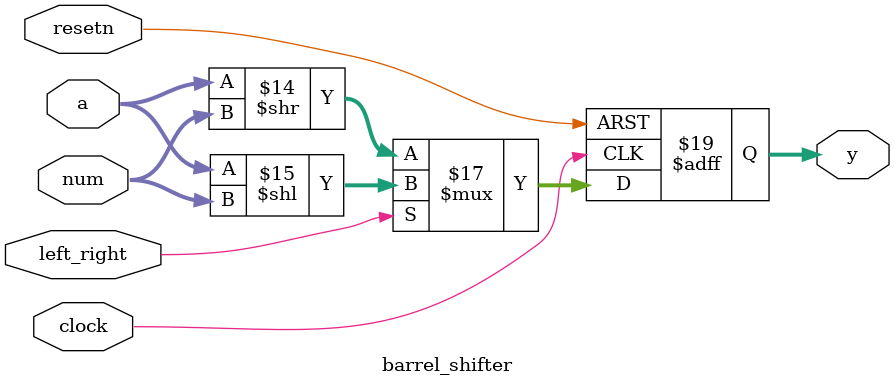
<source format=v>
module barrel_shifter (
	input clock,
    input resetn,
	input [7:0] a,
    input [2:0] num,
    input left_right,
    output reg [7:0] y
    );
    
reg [7:0] result;
 
task shifter (input [7:0] a, input [2:0] num, input left_right, output [7:0] y);
begin
    if (left_right == 0) 
    	y = #1 a >> num;
    else
    	y = #1 a << num;
end
endtask
 
always @(posedge clock or negedge resetn)
begin
    if (~resetn)
    	y <= 0;
    else
    begin
    	shifter(a, num, left_right, result);
    	y <= result;
    end
end
    
endmodule
</source>
